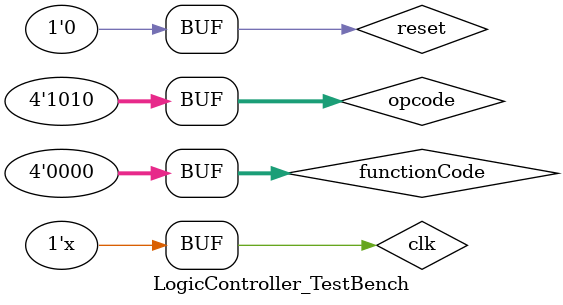
<source format=v>
`timescale 1ns / 1ps


module LogicController_TestBench;

	// Inputs
	reg clk;
	reg reset;
	reg [3:0] opcode;
	reg [3:0] functionCode;

	// Outputs
	wire branch;
	wire jump;
	wire jumpRA;
	wire CFWrite;
	wire LZNWrite;
	wire wbPSR;
	wire RtSrcReg;
	wire wbSrc;
	wire memSrc;
	wire shiftSrc;
	wire aluSrcb;
	wire regWriteEn;
	wire raWrite;
	wire shiftType;
	wire memWrite;
	wire pcEn;
	wire [2:0] aluop;

	// Instantiate the Unit Under Test (UUT)
	LogicController uut (
		.clk(clk),
		.reset(reset),
		.opcode(opcode), 
		.functionCode(functionCode), 
		.branch(branch), 
		.jump(jump), 
		.jumpRA(jumpRA), 
		.CFWrite(CFWrite), 
		.LZNWrite(LZNWrite), 
		.wbPSR(wbPSR), 
		.RtSrcReg(RtSrcReg), 
		.wbSrc(wbSrc), 
		.memSrc(memSrc), 
		.shiftSrc(shiftSrc), 
		.aluSrcb(aluSrcb), 
		.regWriteEn(regWriteEn), 
		.raWrite(raWrite), 
		.shiftType(shiftType), 
		.memWrite(memWrite), 
		.pcEn(pcEn), 
		.aluop(aluop)
	);

	initial begin
		// Initialize Inputs
		clk = 0;
		reset = 1;
		opcode = 0;
		functionCode = 0;

		// Wait 100 ns for global reset to finish
		#10;
		reset = 0;
        
		// Add stimulus here
		#3;
		//jump
		opcode = 4'b1101;
		functionCode = 4'b0000;
		#2;
		//load
		opcode = 4'b0111;
		functionCode = 4'b0000;
		#4;
		//store
		opcode = 4'b1010;
		functionCode = 4'b0000;
		
	end
      
	always #1 clk = ~clk;
	
endmodule


</source>
